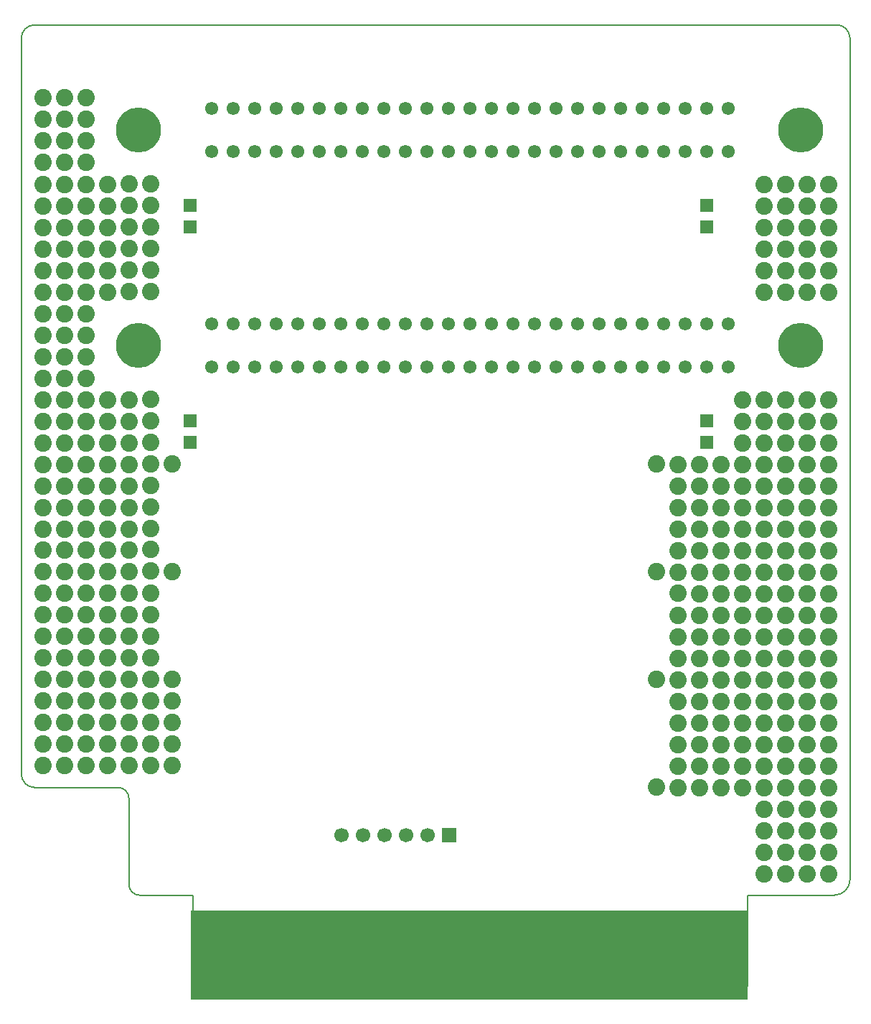
<source format=gbr>
G04 DesignSpark PCB PRO Gerber Version 10.0 Build 5299*
%FSLAX35Y35*%
%MOIN*%
%ADD108R,0.06893X0.35633*%
%ADD120R,0.06200X0.06200*%
%ADD110R,0.06696X0.06696*%
%ADD12C,0.00500*%
%ADD112C,0.06106*%
%ADD111C,0.06696*%
%ADD107C,0.08074*%
%ADD24R,2.58583X0.41339*%
%ADD113C,0.20869*%
X0Y0D02*
D02*
D12*
X142450Y8169D02*
G75*
G02*
X137170Y13449I0J5280D01*
G01*
Y55807D01*
X112485D01*
G75*
G02*
X107485Y60807I0J5000D01*
G01*
Y100807D01*
G75*
G03*
X102485Y105807I-5000J0D01*
G01*
X63735D01*
G75*
G02*
X57485Y112057I0J6250D01*
G01*
Y453582D01*
G75*
G02*
X63735Y459832I6250J0D01*
G01*
X436235D01*
G75*
G02*
X442485Y453582I0J-6250D01*
G01*
Y63075D01*
G75*
G02*
X435217Y55807I-7268J0D01*
G01*
X394807D01*
Y13667D01*
G75*
G02*
X389310Y8169I-5497J0D01*
G01*
X142450D01*
D02*
D24*
X265548Y28005D03*
D02*
D107*
X67445Y426082D03*
X67485Y115996D03*
Y125996D03*
Y135996D03*
Y145996D03*
Y155996D03*
Y165996D03*
Y175996D03*
Y185996D03*
Y195996D03*
Y206088D03*
Y216072D03*
Y225807D03*
Y235807D03*
Y245807D03*
Y255807D03*
Y265807D03*
Y275807D03*
Y285807D03*
Y295807D03*
Y305807D03*
Y315807D03*
Y325807D03*
Y335807D03*
Y345807D03*
Y355807D03*
Y365807D03*
Y375807D03*
Y385807D03*
Y396009D03*
Y406009D03*
Y416009D03*
X77445Y325807D03*
Y385807D03*
X77485Y115996D03*
Y125996D03*
Y135996D03*
Y145996D03*
Y155996D03*
Y165996D03*
Y175996D03*
Y185996D03*
Y195996D03*
Y206088D03*
Y216072D03*
Y225807D03*
Y235807D03*
Y245807D03*
Y255807D03*
Y265807D03*
Y275807D03*
Y285807D03*
Y295807D03*
Y305807D03*
Y315807D03*
Y335807D03*
Y345807D03*
Y355807D03*
Y365807D03*
Y375807D03*
Y396009D03*
Y406009D03*
Y416009D03*
Y425962D03*
X87445Y185996D03*
Y225807D03*
Y325807D03*
Y365807D03*
Y385807D03*
X87485Y115996D03*
Y125996D03*
Y135996D03*
Y145996D03*
Y155996D03*
Y165996D03*
Y175996D03*
Y195996D03*
Y206088D03*
Y216072D03*
Y235807D03*
Y245807D03*
Y255807D03*
Y265807D03*
Y275807D03*
Y285807D03*
Y295807D03*
Y305807D03*
Y315807D03*
Y335807D03*
Y345807D03*
Y355807D03*
Y375807D03*
Y396009D03*
Y406009D03*
Y416009D03*
Y426082D03*
X97437Y116121D03*
Y126121D03*
Y136121D03*
Y146121D03*
Y156121D03*
Y166121D03*
Y176121D03*
Y186121D03*
Y196121D03*
X97445Y345807D03*
Y355807D03*
Y385807D03*
X97485Y206088D03*
Y216072D03*
Y225807D03*
Y235807D03*
Y245807D03*
Y255807D03*
Y265807D03*
Y275807D03*
Y285807D03*
Y335807D03*
Y365807D03*
Y375807D03*
X107437Y116121D03*
Y126121D03*
Y136121D03*
Y146121D03*
Y156121D03*
Y166121D03*
Y176121D03*
Y186121D03*
Y196121D03*
X107445Y245807D03*
Y275807D03*
X107469Y336008D03*
Y346008D03*
Y356008D03*
Y366008D03*
Y376008D03*
Y386008D03*
X107485Y206088D03*
Y216072D03*
Y225807D03*
Y235807D03*
Y255807D03*
Y265807D03*
Y285807D03*
X117437Y126121D03*
Y136121D03*
Y146121D03*
Y156121D03*
Y166121D03*
Y176121D03*
Y186121D03*
Y196121D03*
X117445Y116121D03*
X117453Y206338D03*
Y216322D03*
Y226057D03*
Y236057D03*
Y246057D03*
Y256057D03*
Y266057D03*
Y276057D03*
Y286057D03*
X117469Y336008D03*
Y346008D03*
Y356008D03*
Y366008D03*
Y376008D03*
Y386008D03*
X127445Y116082D03*
Y126121D03*
Y136082D03*
Y146082D03*
Y156082D03*
Y206082D03*
Y256082D03*
X352445Y106082D03*
Y156082D03*
Y206082D03*
Y256082D03*
X362445Y196082D03*
X362485Y105807D03*
Y115807D03*
Y125807D03*
Y135807D03*
Y145807D03*
Y155807D03*
Y165807D03*
Y175807D03*
Y185807D03*
Y205807D03*
Y215807D03*
Y225807D03*
Y235807D03*
Y245807D03*
Y255807D03*
X372485Y105807D03*
Y115807D03*
Y125807D03*
Y135807D03*
Y145807D03*
Y155807D03*
Y165807D03*
Y175807D03*
Y185807D03*
Y195807D03*
Y205807D03*
Y215807D03*
Y225807D03*
Y235807D03*
Y245807D03*
Y255807D03*
X382485Y105807D03*
Y115807D03*
Y125807D03*
Y135807D03*
Y145807D03*
Y155807D03*
Y165807D03*
Y175807D03*
Y185807D03*
Y195807D03*
Y205807D03*
Y215807D03*
Y225807D03*
Y235807D03*
Y245807D03*
Y255807D03*
X392485Y105807D03*
Y115807D03*
Y125807D03*
Y135807D03*
Y145807D03*
Y155807D03*
Y165807D03*
Y175807D03*
Y185807D03*
Y195807D03*
Y205807D03*
Y215807D03*
Y225807D03*
Y235807D03*
Y245807D03*
Y255807D03*
Y265807D03*
Y275807D03*
Y285807D03*
X402485Y65807D03*
Y75807D03*
Y85807D03*
Y95807D03*
Y105807D03*
Y115807D03*
Y125807D03*
Y135807D03*
Y145807D03*
Y155807D03*
Y165807D03*
Y175807D03*
Y185807D03*
Y195807D03*
Y205807D03*
Y215807D03*
Y225807D03*
Y235807D03*
Y245807D03*
Y255807D03*
Y265807D03*
Y275807D03*
Y285807D03*
Y335807D03*
Y345807D03*
Y355807D03*
Y365807D03*
Y375807D03*
Y385807D03*
X412485Y65807D03*
Y75807D03*
Y85807D03*
Y95807D03*
Y105807D03*
Y115807D03*
Y125807D03*
Y135807D03*
Y145807D03*
Y155807D03*
Y165807D03*
Y175807D03*
Y185807D03*
Y195807D03*
Y205807D03*
Y215807D03*
Y225807D03*
Y235807D03*
Y245807D03*
Y255807D03*
Y265807D03*
Y275807D03*
Y285807D03*
Y335807D03*
Y345807D03*
Y355807D03*
Y365807D03*
Y375807D03*
Y385807D03*
X422485Y65807D03*
Y75807D03*
Y85807D03*
Y95807D03*
Y105807D03*
Y115807D03*
Y125807D03*
Y135807D03*
Y145807D03*
Y155807D03*
Y165807D03*
Y175807D03*
Y185807D03*
Y195807D03*
Y205807D03*
Y215807D03*
Y225807D03*
Y235807D03*
Y245807D03*
Y255807D03*
Y265807D03*
Y275807D03*
Y285807D03*
Y335807D03*
Y345807D03*
Y355807D03*
Y365807D03*
Y375807D03*
Y385807D03*
X432485Y65807D03*
Y75807D03*
Y85807D03*
Y95807D03*
Y105807D03*
Y115807D03*
Y125807D03*
Y135807D03*
Y145807D03*
Y155807D03*
Y165807D03*
Y175807D03*
Y185807D03*
Y195807D03*
Y205807D03*
Y215807D03*
Y225807D03*
Y235807D03*
Y245807D03*
Y255807D03*
Y265807D03*
Y275807D03*
Y285807D03*
Y335807D03*
Y345807D03*
Y355807D03*
Y365807D03*
Y375807D03*
Y385807D03*
D02*
D108*
X145989Y30217D03*
X155989D03*
X165989D03*
X175989D03*
X185989D03*
X195989D03*
X205989D03*
X215989D03*
X225989D03*
X235989D03*
X245989D03*
X255989D03*
X265989D03*
X275989D03*
X285989D03*
X295989D03*
X305989D03*
X315989D03*
X325989D03*
X335989D03*
X345989D03*
X355989D03*
X365989D03*
X375989D03*
X385989D03*
D02*
D110*
X256124Y83834D03*
D02*
D111*
X206124D03*
X216124D03*
X226124D03*
X236124D03*
X246124D03*
D02*
D112*
X145772Y301082D03*
Y321082D03*
X145794Y401082D03*
Y421082D03*
X155772Y301082D03*
Y321082D03*
X155794Y401082D03*
Y421082D03*
X165772Y301082D03*
Y321082D03*
X165794Y401082D03*
Y421082D03*
X175772Y301082D03*
Y321082D03*
X175794Y401082D03*
Y421082D03*
X185772Y301082D03*
Y321082D03*
X185794Y401082D03*
Y421082D03*
X195772Y301082D03*
Y321082D03*
X195794Y401082D03*
Y421082D03*
X205772Y301082D03*
Y321082D03*
X205794Y401082D03*
Y421082D03*
X215772Y301082D03*
Y321082D03*
X215794Y401082D03*
Y421082D03*
X225772Y301082D03*
Y321082D03*
X225794Y401082D03*
Y421082D03*
X235772Y301082D03*
Y321082D03*
X235794Y401082D03*
Y421082D03*
X245772Y301082D03*
Y321082D03*
X245794Y401082D03*
Y421082D03*
X255772Y301082D03*
Y321082D03*
X255794Y401082D03*
Y421082D03*
X265772Y301082D03*
Y321082D03*
X265794Y401082D03*
Y421082D03*
X275772Y301082D03*
Y321082D03*
X275794Y401082D03*
Y421082D03*
X285772Y301082D03*
Y321082D03*
X285794Y401082D03*
Y421082D03*
X295772Y301082D03*
Y321082D03*
X295794Y401082D03*
Y421082D03*
X305772Y301082D03*
Y321082D03*
X305794Y401082D03*
Y421082D03*
X315772Y301082D03*
Y321082D03*
X315794Y401082D03*
Y421082D03*
X325772Y301082D03*
Y321082D03*
X325794Y401082D03*
Y421082D03*
X335772Y301082D03*
Y321082D03*
X335794Y401082D03*
Y421082D03*
X345772Y301082D03*
Y321082D03*
X345794Y401082D03*
Y421082D03*
X355772Y301082D03*
Y321082D03*
X355794Y401082D03*
Y421082D03*
X365772Y301082D03*
Y321082D03*
X365794Y401082D03*
Y421082D03*
X375772Y301082D03*
Y321082D03*
X375794Y401082D03*
Y421082D03*
X385772Y301082D03*
Y321082D03*
X385794Y401082D03*
Y421082D03*
D02*
D113*
X112012Y311082D03*
X112035Y411082D03*
X419532Y311082D03*
X419554Y411082D03*
D02*
D120*
X135772Y265906D03*
Y275906D03*
Y366123D03*
Y376123D03*
X375772Y266031D03*
Y276031D03*
Y366123D03*
Y376123D03*
X0Y0D02*
M02*

</source>
